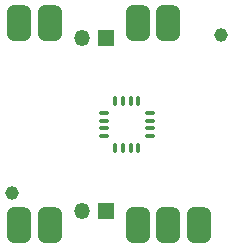
<source format=gbr>
%TF.GenerationSoftware,KiCad,Pcbnew,6.0.0-d3dd2cf0fa~116~ubuntu20.04.1*%
%TF.CreationDate,2022-02-06T14:44:09+01:00*%
%TF.ProjectId,vreg1,76726567-312e-46b6-9963-61645f706362,rev?*%
%TF.SameCoordinates,Original*%
%TF.FileFunction,Soldermask,Bot*%
%TF.FilePolarity,Negative*%
%FSLAX46Y46*%
G04 Gerber Fmt 4.6, Leading zero omitted, Abs format (unit mm)*
G04 Created by KiCad (PCBNEW 6.0.0-d3dd2cf0fa~116~ubuntu20.04.1) date 2022-02-06 14:44:09*
%MOMM*%
%LPD*%
G01*
G04 APERTURE LIST*
G04 Aperture macros list*
%AMRoundRect*
0 Rectangle with rounded corners*
0 $1 Rounding radius*
0 $2 $3 $4 $5 $6 $7 $8 $9 X,Y pos of 4 corners*
0 Add a 4 corners polygon primitive as box body*
4,1,4,$2,$3,$4,$5,$6,$7,$8,$9,$2,$3,0*
0 Add four circle primitives for the rounded corners*
1,1,$1+$1,$2,$3*
1,1,$1+$1,$4,$5*
1,1,$1+$1,$6,$7*
1,1,$1+$1,$8,$9*
0 Add four rect primitives between the rounded corners*
20,1,$1+$1,$2,$3,$4,$5,0*
20,1,$1+$1,$4,$5,$6,$7,0*
20,1,$1+$1,$6,$7,$8,$9,0*
20,1,$1+$1,$8,$9,$2,$3,0*%
G04 Aperture macros list end*
%ADD10RoundRect,0.500000X0.500000X-1.000000X0.500000X1.000000X-0.500000X1.000000X-0.500000X-1.000000X0*%
%ADD11RoundRect,0.500000X-0.500000X1.000000X-0.500000X-1.000000X0.500000X-1.000000X0.500000X1.000000X0*%
%ADD12C,1.152000*%
%ADD13R,1.350000X1.350000*%
%ADD14O,1.350000X1.350000*%
%ADD15RoundRect,0.075000X-0.075000X0.337500X-0.075000X-0.337500X0.075000X-0.337500X0.075000X0.337500X0*%
%ADD16RoundRect,0.075000X-0.337500X0.075000X-0.337500X-0.075000X0.337500X-0.075000X0.337500X0.075000X0*%
G04 APERTURE END LIST*
D10*
%TO.C,TP5*%
X114100000Y-99000000D03*
%TD*%
%TO.C,TP1*%
X101500000Y-99000000D03*
%TD*%
D11*
%TO.C,TP4*%
X108900000Y-81900000D03*
%TD*%
D12*
%TO.C,H1*%
X116000000Y-82900000D03*
%TD*%
D11*
%TO.C,TP6*%
X98900000Y-81900000D03*
%TD*%
D10*
%TO.C,TP7*%
X98900000Y-99000000D03*
%TD*%
D11*
%TO.C,TP8*%
X111500000Y-81900000D03*
%TD*%
D12*
%TO.C,H2*%
X98300000Y-96300000D03*
%TD*%
D10*
%TO.C,TP9*%
X108900000Y-99000000D03*
%TD*%
%TO.C,TP2*%
X111500000Y-99000000D03*
%TD*%
D11*
%TO.C,TP3*%
X101500000Y-81900000D03*
%TD*%
D13*
%TO.C,J2*%
X106200000Y-83100000D03*
D14*
X104200000Y-83100000D03*
%TD*%
D13*
%TO.C,J1*%
X106200000Y-97800000D03*
D14*
X104200000Y-97800000D03*
%TD*%
D15*
%TO.C,E*%
X107025000Y-88487500D03*
X107675000Y-88487500D03*
X108325000Y-88487500D03*
X108975000Y-88487500D03*
D16*
X109962500Y-89475000D03*
X109962500Y-90125000D03*
X109962500Y-90775000D03*
X109962500Y-91425000D03*
D15*
X108975000Y-92412500D03*
X108325000Y-92412500D03*
X107675000Y-92412500D03*
X107025000Y-92412500D03*
D16*
X106037500Y-91425000D03*
X106037500Y-90775000D03*
X106037500Y-90125000D03*
X106037500Y-89475000D03*
%TD*%
M02*

</source>
